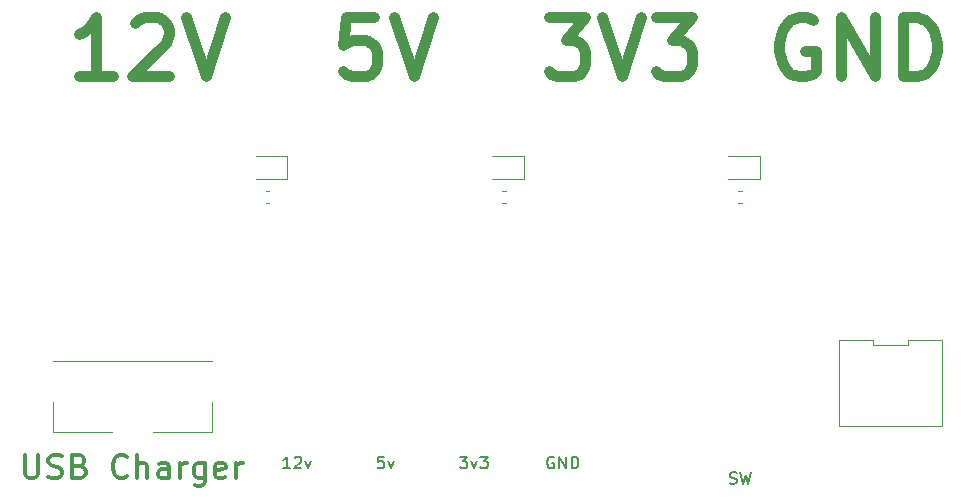
<source format=gbr>
G04 #@! TF.GenerationSoftware,KiCad,Pcbnew,5.1.5-52549c5~84~ubuntu18.04.1*
G04 #@! TF.CreationDate,2020-01-23T13:37:20+00:00*
G04 #@! TF.ProjectId,HW-lab-power,48572d6c-6162-42d7-906f-7765722e6b69,rev?*
G04 #@! TF.SameCoordinates,Original*
G04 #@! TF.FileFunction,Legend,Top*
G04 #@! TF.FilePolarity,Positive*
%FSLAX46Y46*%
G04 Gerber Fmt 4.6, Leading zero omitted, Abs format (unit mm)*
G04 Created by KiCad (PCBNEW 5.1.5-52549c5~84~ubuntu18.04.1) date 2020-01-23 13:37:20*
%MOMM*%
%LPD*%
G04 APERTURE LIST*
%ADD10C,0.300000*%
%ADD11C,0.150000*%
%ADD12C,0.900000*%
%ADD13C,0.120000*%
G04 APERTURE END LIST*
D10*
X106954761Y-94304761D02*
X106954761Y-95923809D01*
X107050000Y-96114285D01*
X107145238Y-96209523D01*
X107335714Y-96304761D01*
X107716666Y-96304761D01*
X107907142Y-96209523D01*
X108002380Y-96114285D01*
X108097619Y-95923809D01*
X108097619Y-94304761D01*
X108954761Y-96209523D02*
X109240476Y-96304761D01*
X109716666Y-96304761D01*
X109907142Y-96209523D01*
X110002380Y-96114285D01*
X110097619Y-95923809D01*
X110097619Y-95733333D01*
X110002380Y-95542857D01*
X109907142Y-95447619D01*
X109716666Y-95352380D01*
X109335714Y-95257142D01*
X109145238Y-95161904D01*
X109050000Y-95066666D01*
X108954761Y-94876190D01*
X108954761Y-94685714D01*
X109050000Y-94495238D01*
X109145238Y-94400000D01*
X109335714Y-94304761D01*
X109811904Y-94304761D01*
X110097619Y-94400000D01*
X111621428Y-95257142D02*
X111907142Y-95352380D01*
X112002380Y-95447619D01*
X112097619Y-95638095D01*
X112097619Y-95923809D01*
X112002380Y-96114285D01*
X111907142Y-96209523D01*
X111716666Y-96304761D01*
X110954761Y-96304761D01*
X110954761Y-94304761D01*
X111621428Y-94304761D01*
X111811904Y-94400000D01*
X111907142Y-94495238D01*
X112002380Y-94685714D01*
X112002380Y-94876190D01*
X111907142Y-95066666D01*
X111811904Y-95161904D01*
X111621428Y-95257142D01*
X110954761Y-95257142D01*
X115621428Y-96114285D02*
X115526190Y-96209523D01*
X115240476Y-96304761D01*
X115050000Y-96304761D01*
X114764285Y-96209523D01*
X114573809Y-96019047D01*
X114478571Y-95828571D01*
X114383333Y-95447619D01*
X114383333Y-95161904D01*
X114478571Y-94780952D01*
X114573809Y-94590476D01*
X114764285Y-94400000D01*
X115050000Y-94304761D01*
X115240476Y-94304761D01*
X115526190Y-94400000D01*
X115621428Y-94495238D01*
X116478571Y-96304761D02*
X116478571Y-94304761D01*
X117335714Y-96304761D02*
X117335714Y-95257142D01*
X117240476Y-95066666D01*
X117050000Y-94971428D01*
X116764285Y-94971428D01*
X116573809Y-95066666D01*
X116478571Y-95161904D01*
X119145238Y-96304761D02*
X119145238Y-95257142D01*
X119050000Y-95066666D01*
X118859523Y-94971428D01*
X118478571Y-94971428D01*
X118288095Y-95066666D01*
X119145238Y-96209523D02*
X118954761Y-96304761D01*
X118478571Y-96304761D01*
X118288095Y-96209523D01*
X118192857Y-96019047D01*
X118192857Y-95828571D01*
X118288095Y-95638095D01*
X118478571Y-95542857D01*
X118954761Y-95542857D01*
X119145238Y-95447619D01*
X120097619Y-96304761D02*
X120097619Y-94971428D01*
X120097619Y-95352380D02*
X120192857Y-95161904D01*
X120288095Y-95066666D01*
X120478571Y-94971428D01*
X120669047Y-94971428D01*
X122192857Y-94971428D02*
X122192857Y-96590476D01*
X122097619Y-96780952D01*
X122002380Y-96876190D01*
X121811904Y-96971428D01*
X121526190Y-96971428D01*
X121335714Y-96876190D01*
X122192857Y-96209523D02*
X122002380Y-96304761D01*
X121621428Y-96304761D01*
X121430952Y-96209523D01*
X121335714Y-96114285D01*
X121240476Y-95923809D01*
X121240476Y-95352380D01*
X121335714Y-95161904D01*
X121430952Y-95066666D01*
X121621428Y-94971428D01*
X122002380Y-94971428D01*
X122192857Y-95066666D01*
X123907142Y-96209523D02*
X123716666Y-96304761D01*
X123335714Y-96304761D01*
X123145238Y-96209523D01*
X123050000Y-96019047D01*
X123050000Y-95257142D01*
X123145238Y-95066666D01*
X123335714Y-94971428D01*
X123716666Y-94971428D01*
X123907142Y-95066666D01*
X124002380Y-95257142D01*
X124002380Y-95447619D01*
X123050000Y-95638095D01*
X124859523Y-96304761D02*
X124859523Y-94971428D01*
X124859523Y-95352380D02*
X124954761Y-95161904D01*
X125050000Y-95066666D01*
X125240476Y-94971428D01*
X125430952Y-94971428D01*
D11*
X151738095Y-94500000D02*
X151642857Y-94452380D01*
X151500000Y-94452380D01*
X151357142Y-94500000D01*
X151261904Y-94595238D01*
X151214285Y-94690476D01*
X151166666Y-94880952D01*
X151166666Y-95023809D01*
X151214285Y-95214285D01*
X151261904Y-95309523D01*
X151357142Y-95404761D01*
X151500000Y-95452380D01*
X151595238Y-95452380D01*
X151738095Y-95404761D01*
X151785714Y-95357142D01*
X151785714Y-95023809D01*
X151595238Y-95023809D01*
X152214285Y-95452380D02*
X152214285Y-94452380D01*
X152785714Y-95452380D01*
X152785714Y-94452380D01*
X153261904Y-95452380D02*
X153261904Y-94452380D01*
X153500000Y-94452380D01*
X153642857Y-94500000D01*
X153738095Y-94595238D01*
X153785714Y-94690476D01*
X153833333Y-94880952D01*
X153833333Y-95023809D01*
X153785714Y-95214285D01*
X153738095Y-95309523D01*
X153642857Y-95404761D01*
X153500000Y-95452380D01*
X153261904Y-95452380D01*
X143809523Y-94452380D02*
X144428571Y-94452380D01*
X144095238Y-94833333D01*
X144238095Y-94833333D01*
X144333333Y-94880952D01*
X144380952Y-94928571D01*
X144428571Y-95023809D01*
X144428571Y-95261904D01*
X144380952Y-95357142D01*
X144333333Y-95404761D01*
X144238095Y-95452380D01*
X143952380Y-95452380D01*
X143857142Y-95404761D01*
X143809523Y-95357142D01*
X144761904Y-94785714D02*
X145000000Y-95452380D01*
X145238095Y-94785714D01*
X145523809Y-94452380D02*
X146142857Y-94452380D01*
X145809523Y-94833333D01*
X145952380Y-94833333D01*
X146047619Y-94880952D01*
X146095238Y-94928571D01*
X146142857Y-95023809D01*
X146142857Y-95261904D01*
X146095238Y-95357142D01*
X146047619Y-95404761D01*
X145952380Y-95452380D01*
X145666666Y-95452380D01*
X145571428Y-95404761D01*
X145523809Y-95357142D01*
X137357142Y-94452380D02*
X136880952Y-94452380D01*
X136833333Y-94928571D01*
X136880952Y-94880952D01*
X136976190Y-94833333D01*
X137214285Y-94833333D01*
X137309523Y-94880952D01*
X137357142Y-94928571D01*
X137404761Y-95023809D01*
X137404761Y-95261904D01*
X137357142Y-95357142D01*
X137309523Y-95404761D01*
X137214285Y-95452380D01*
X136976190Y-95452380D01*
X136880952Y-95404761D01*
X136833333Y-95357142D01*
X137738095Y-94785714D02*
X137976190Y-95452380D01*
X138214285Y-94785714D01*
X129428571Y-95452380D02*
X128857142Y-95452380D01*
X129142857Y-95452380D02*
X129142857Y-94452380D01*
X129047619Y-94595238D01*
X128952380Y-94690476D01*
X128857142Y-94738095D01*
X129809523Y-94547619D02*
X129857142Y-94500000D01*
X129952380Y-94452380D01*
X130190476Y-94452380D01*
X130285714Y-94500000D01*
X130333333Y-94547619D01*
X130380952Y-94642857D01*
X130380952Y-94738095D01*
X130333333Y-94880952D01*
X129761904Y-95452380D01*
X130380952Y-95452380D01*
X130714285Y-94785714D02*
X130952380Y-95452380D01*
X131190476Y-94785714D01*
D12*
X173690476Y-57500000D02*
X173214285Y-57261904D01*
X172500000Y-57261904D01*
X171785714Y-57500000D01*
X171309523Y-57976190D01*
X171071428Y-58452380D01*
X170833333Y-59404761D01*
X170833333Y-60119047D01*
X171071428Y-61071428D01*
X171309523Y-61547619D01*
X171785714Y-62023809D01*
X172500000Y-62261904D01*
X172976190Y-62261904D01*
X173690476Y-62023809D01*
X173928571Y-61785714D01*
X173928571Y-60119047D01*
X172976190Y-60119047D01*
X176071428Y-62261904D02*
X176071428Y-57261904D01*
X178928571Y-62261904D01*
X178928571Y-57261904D01*
X181309523Y-62261904D02*
X181309523Y-57261904D01*
X182500000Y-57261904D01*
X183214285Y-57500000D01*
X183690476Y-57976190D01*
X183928571Y-58452380D01*
X184166666Y-59404761D01*
X184166666Y-60119047D01*
X183928571Y-61071428D01*
X183690476Y-61547619D01*
X183214285Y-62023809D01*
X182500000Y-62261904D01*
X181309523Y-62261904D01*
X151309523Y-57261904D02*
X154404761Y-57261904D01*
X152738095Y-59166666D01*
X153452380Y-59166666D01*
X153928571Y-59404761D01*
X154166666Y-59642857D01*
X154404761Y-60119047D01*
X154404761Y-61309523D01*
X154166666Y-61785714D01*
X153928571Y-62023809D01*
X153452380Y-62261904D01*
X152023809Y-62261904D01*
X151547619Y-62023809D01*
X151309523Y-61785714D01*
X155833333Y-57261904D02*
X157500000Y-62261904D01*
X159166666Y-57261904D01*
X160357142Y-57261904D02*
X163452380Y-57261904D01*
X161785714Y-59166666D01*
X162500000Y-59166666D01*
X162976190Y-59404761D01*
X163214285Y-59642857D01*
X163452380Y-60119047D01*
X163452380Y-61309523D01*
X163214285Y-61785714D01*
X162976190Y-62023809D01*
X162500000Y-62261904D01*
X161071428Y-62261904D01*
X160595238Y-62023809D01*
X160357142Y-61785714D01*
X136547619Y-57261904D02*
X134166666Y-57261904D01*
X133928571Y-59642857D01*
X134166666Y-59404761D01*
X134642857Y-59166666D01*
X135833333Y-59166666D01*
X136309523Y-59404761D01*
X136547619Y-59642857D01*
X136785714Y-60119047D01*
X136785714Y-61309523D01*
X136547619Y-61785714D01*
X136309523Y-62023809D01*
X135833333Y-62261904D01*
X134642857Y-62261904D01*
X134166666Y-62023809D01*
X133928571Y-61785714D01*
X138214285Y-57261904D02*
X139880952Y-62261904D01*
X141547619Y-57261904D01*
X114404761Y-62261904D02*
X111547619Y-62261904D01*
X112976190Y-62261904D02*
X112976190Y-57261904D01*
X112500000Y-57976190D01*
X112023809Y-58452380D01*
X111547619Y-58690476D01*
X116309523Y-57738095D02*
X116547619Y-57500000D01*
X117023809Y-57261904D01*
X118214285Y-57261904D01*
X118690476Y-57500000D01*
X118928571Y-57738095D01*
X119166666Y-58214285D01*
X119166666Y-58690476D01*
X118928571Y-59404761D01*
X116071428Y-62261904D01*
X119166666Y-62261904D01*
X120595238Y-57261904D02*
X122261904Y-62261904D01*
X123928571Y-57261904D01*
D13*
X178791667Y-84610000D02*
X175875000Y-84610000D01*
X178791667Y-84970000D02*
X178791667Y-84610000D01*
X181708333Y-84970000D02*
X178791667Y-84970000D01*
X181708333Y-84610000D02*
X181708333Y-84970000D01*
X184625000Y-84610001D02*
X181708333Y-84610000D01*
X184625000Y-91890000D02*
X184625000Y-84610001D01*
X175875000Y-91889999D02*
X184625000Y-91890000D01*
X175875000Y-84610000D02*
X175875000Y-91889999D01*
X109370000Y-86400000D02*
X122770000Y-86400000D01*
X109370000Y-92400000D02*
X114320000Y-92400000D01*
X109370000Y-92400000D02*
X109370000Y-89800000D01*
X122770000Y-92400000D02*
X122770000Y-89800000D01*
X122770000Y-92400000D02*
X117820000Y-92400000D01*
X167662779Y-71990000D02*
X167337221Y-71990000D01*
X167662779Y-73010000D02*
X167337221Y-73010000D01*
X147662779Y-71990000D02*
X147337221Y-71990000D01*
X147662779Y-73010000D02*
X147337221Y-73010000D01*
X127662779Y-71990000D02*
X127337221Y-71990000D01*
X127662779Y-73010000D02*
X127337221Y-73010000D01*
X169185000Y-69040000D02*
X166500000Y-69040000D01*
X169185000Y-70960000D02*
X169185000Y-69040000D01*
X166500000Y-70960000D02*
X169185000Y-70960000D01*
X149185000Y-69040000D02*
X146500000Y-69040000D01*
X149185000Y-70960000D02*
X149185000Y-69040000D01*
X146500000Y-70960000D02*
X149185000Y-70960000D01*
X129185000Y-69040000D02*
X126500000Y-69040000D01*
X129185000Y-70960000D02*
X129185000Y-69040000D01*
X126500000Y-70960000D02*
X129185000Y-70960000D01*
D11*
X166642857Y-96714761D02*
X166785714Y-96762380D01*
X167023809Y-96762380D01*
X167119047Y-96714761D01*
X167166666Y-96667142D01*
X167214285Y-96571904D01*
X167214285Y-96476666D01*
X167166666Y-96381428D01*
X167119047Y-96333809D01*
X167023809Y-96286190D01*
X166833333Y-96238571D01*
X166738095Y-96190952D01*
X166690476Y-96143333D01*
X166642857Y-96048095D01*
X166642857Y-95952857D01*
X166690476Y-95857619D01*
X166738095Y-95810000D01*
X166833333Y-95762380D01*
X167071428Y-95762380D01*
X167214285Y-95810000D01*
X167547619Y-95762380D02*
X167785714Y-96762380D01*
X167976190Y-96048095D01*
X168166666Y-96762380D01*
X168404761Y-95762380D01*
M02*

</source>
